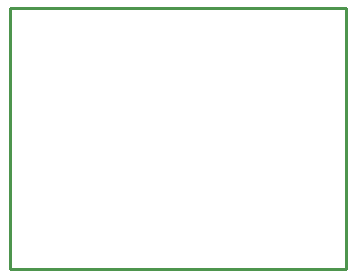
<source format=gbr>
%FSTAX23Y23*%
%MOIN*%
%SFA1B1*%

%IPPOS*%
%ADD12C,0.010000*%
%LNdrv8833_dev_mechanical_1-1*%
%LPD*%
G54D12*
X0Y0D02*
X0112D01*
Y0087*
X0D02*
X0112D01*
X0Y0D02*
Y0087D01*
M02*
</source>
